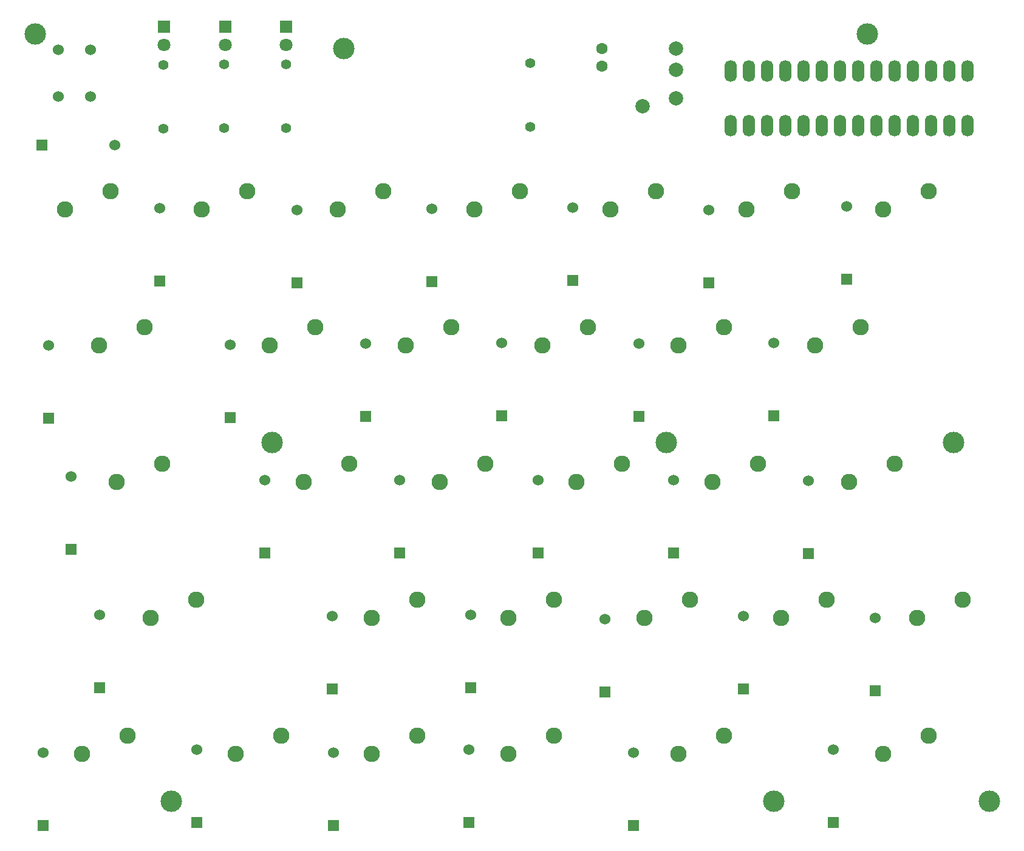
<source format=gbr>
G04 #@! TF.FileFunction,Soldermask,Bot*
%FSLAX46Y46*%
G04 Gerber Fmt 4.6, Leading zero omitted, Abs format (unit mm)*
G04 Created by KiCad (PCBNEW 4.0.1-stable) date 2017/01/26 22:55:25*
%MOMM*%
G01*
G04 APERTURE LIST*
%ADD10C,0.100000*%
%ADD11R,1.524000X1.524000*%
%ADD12C,1.524000*%
%ADD13C,2.000000*%
%ADD14C,1.397000*%
%ADD15C,2.286000*%
%ADD16O,1.720800X3.041600*%
%ADD17C,1.600000*%
%ADD18R,1.800000X1.800000*%
%ADD19C,1.800000*%
%ADD20C,2.999700*%
G04 APERTURE END LIST*
D10*
D11*
X32920000Y-48500000D03*
D12*
X43080000Y-48500000D03*
D11*
X49400000Y-67480000D03*
D12*
X49400000Y-57320000D03*
D11*
X68500000Y-67680000D03*
D12*
X68500000Y-57520000D03*
D11*
X87300000Y-67580000D03*
D12*
X87300000Y-57420000D03*
D11*
X106900000Y-67380000D03*
D12*
X106900000Y-57220000D03*
D11*
X125900000Y-67680000D03*
D12*
X125900000Y-57520000D03*
D11*
X145100000Y-67180000D03*
D12*
X145100000Y-57020000D03*
D11*
X33900000Y-86580000D03*
D12*
X33900000Y-76420000D03*
D11*
X59200000Y-86480000D03*
D12*
X59200000Y-76320000D03*
D11*
X78100000Y-86380000D03*
D12*
X78100000Y-76220000D03*
D11*
X97000000Y-86280000D03*
D12*
X97000000Y-76120000D03*
D11*
X116200000Y-86380000D03*
D12*
X116200000Y-76220000D03*
D11*
X135000000Y-86280000D03*
D12*
X135000000Y-76120000D03*
D11*
X37000000Y-104880000D03*
D12*
X37000000Y-94720000D03*
D11*
X64000000Y-105380000D03*
D12*
X64000000Y-95220000D03*
D11*
X82800000Y-105380000D03*
D12*
X82800000Y-95220000D03*
D11*
X102100000Y-105380000D03*
D12*
X102100000Y-95220000D03*
D11*
X121000000Y-105380000D03*
D12*
X121000000Y-95220000D03*
D11*
X139800000Y-105480000D03*
D12*
X139800000Y-95320000D03*
D11*
X41000000Y-124180000D03*
D12*
X41000000Y-114020000D03*
D11*
X73400000Y-124380000D03*
D12*
X73400000Y-114220000D03*
D11*
X92700000Y-124180000D03*
D12*
X92700000Y-114020000D03*
D11*
X111400000Y-124780000D03*
D12*
X111400000Y-114620000D03*
D11*
X130700000Y-124380000D03*
D12*
X130700000Y-114220000D03*
D11*
X149100000Y-124580000D03*
D12*
X149100000Y-114420000D03*
D11*
X33100000Y-143380000D03*
D12*
X33100000Y-133220000D03*
D11*
X54500000Y-142980000D03*
D12*
X54500000Y-132820000D03*
D11*
X73600000Y-143380000D03*
D12*
X73600000Y-133220000D03*
D11*
X92500000Y-142980000D03*
D12*
X92500000Y-132820000D03*
D11*
X115400000Y-143380000D03*
D12*
X115400000Y-133220000D03*
D11*
X143300000Y-142980000D03*
D12*
X143300000Y-132820000D03*
D13*
X121300000Y-35000000D03*
X121300000Y-38000000D03*
X116700000Y-43100000D03*
X121300000Y-42000000D03*
D14*
X101000000Y-37055000D03*
X101000000Y-45945000D03*
X49900000Y-46245000D03*
X49900000Y-37355000D03*
X58300000Y-46145000D03*
X58300000Y-37255000D03*
X67000000Y-46145000D03*
X67000000Y-37255000D03*
D15*
X42540000Y-54920000D03*
X36190000Y-57460000D03*
X61540000Y-54920000D03*
X55190000Y-57460000D03*
X80540000Y-54920000D03*
X74190000Y-57460000D03*
X99540000Y-54920000D03*
X93190000Y-57460000D03*
X118540000Y-54920000D03*
X112190000Y-57460000D03*
X137540000Y-54920000D03*
X131190000Y-57460000D03*
X156540000Y-54920000D03*
X150190000Y-57460000D03*
X47290000Y-73920000D03*
X40940000Y-76460000D03*
X71040000Y-73920000D03*
X64690000Y-76460000D03*
X90040000Y-73920000D03*
X83690000Y-76460000D03*
X109040000Y-73920000D03*
X102690000Y-76460000D03*
X128040000Y-73920000D03*
X121690000Y-76460000D03*
X147040000Y-73920000D03*
X140690000Y-76460000D03*
X49665000Y-92920000D03*
X43315000Y-95460000D03*
X75790000Y-92920000D03*
X69440000Y-95460000D03*
X94790000Y-92920000D03*
X88440000Y-95460000D03*
X113790000Y-92920000D03*
X107440000Y-95460000D03*
X132790000Y-92920000D03*
X126440000Y-95460000D03*
X151790000Y-92920000D03*
X145440000Y-95460000D03*
X54415000Y-111920000D03*
X48065000Y-114460000D03*
X85290000Y-111920000D03*
X78940000Y-114460000D03*
X104290000Y-111920000D03*
X97940000Y-114460000D03*
X123290000Y-111920000D03*
X116940000Y-114460000D03*
X142290000Y-111920000D03*
X135940000Y-114460000D03*
X161290000Y-111920000D03*
X154940000Y-114460000D03*
X66290000Y-130920000D03*
X59940000Y-133460000D03*
X85290000Y-130920000D03*
X78940000Y-133460000D03*
D16*
X162010000Y-38190000D03*
X159470000Y-38190000D03*
X156930000Y-38190000D03*
X154390000Y-38190000D03*
X151850000Y-38190000D03*
X149310000Y-38190000D03*
X146770000Y-38190000D03*
X144230000Y-38190000D03*
X141690000Y-38190000D03*
X139150000Y-38190000D03*
X136610000Y-38190000D03*
X134070000Y-38190000D03*
X131530000Y-38190000D03*
X128990000Y-38190000D03*
X128990000Y-45810000D03*
X131530000Y-45810000D03*
X134070000Y-45810000D03*
X136610000Y-45810000D03*
X139150000Y-45810000D03*
X141690000Y-45810000D03*
X144230000Y-45810000D03*
X146770000Y-45810000D03*
X149310000Y-45810000D03*
X151850000Y-45810000D03*
X154390000Y-45810000D03*
X156930000Y-45810000D03*
X159470000Y-45810000D03*
X162010000Y-45810000D03*
D17*
X111000000Y-35000000D03*
X111000000Y-37500000D03*
D18*
X50000000Y-32000000D03*
D19*
X50000000Y-34540000D03*
D18*
X58500000Y-32000000D03*
D19*
X58500000Y-34540000D03*
D18*
X67000000Y-32000000D03*
D19*
X67000000Y-34540000D03*
D12*
X39750000Y-41750000D03*
X35250000Y-41750000D03*
X35250000Y-35250000D03*
X39750000Y-35250000D03*
D15*
X44915000Y-130920000D03*
X38565000Y-133460000D03*
X104290000Y-130920000D03*
X97940000Y-133460000D03*
X128040000Y-130920000D03*
X121690000Y-133460000D03*
X156540000Y-130920000D03*
X150190000Y-133460000D03*
D20*
X65000000Y-90000000D03*
X120000000Y-90000000D03*
X160000000Y-90000000D03*
X135000000Y-140000000D03*
X51000000Y-140000000D03*
X75000000Y-35000000D03*
X148000000Y-33000000D03*
X165000000Y-140000000D03*
X32000000Y-33000000D03*
M02*

</source>
